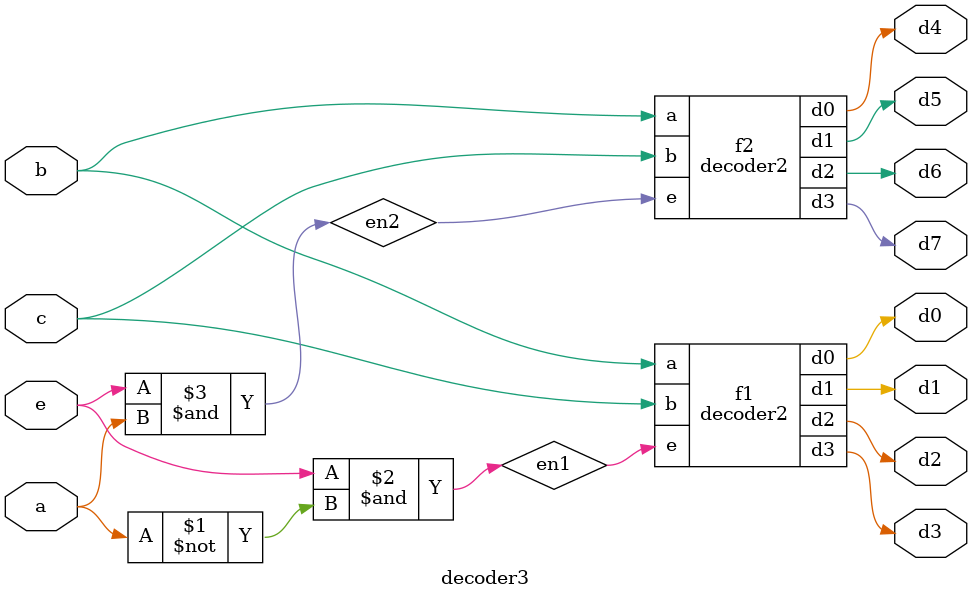
<source format=v>
module decoder2(e,a,b,d0,d1,d2,d3);
    input wire e,a,b;
    output wire d0,d1,d2,d3;

    assign d0 = e&(~a)&(~b);
    assign d1 = e&(~a)&(b);
    assign d2 = e&(a)&(~b);
    assign d3 = e&(a)&(b);
endmodule

module  decoder3(e,a,b,c,d0,d1,d2,d3,d4,d5,d6,d7);
    input wire e,a,b,c;
    wire en1,en2;
    output wire d0,d1,d2,d3,d4,d5,d6,d7;

    assign en1 = e & (~a);
    assign en2 = e & a;
    decoder2 f1(en1,b,c,d0,d1,d2,d3);
    decoder2 f2(en2,b,c,d4,d5,d6,d7);
        
endmodule
</source>
